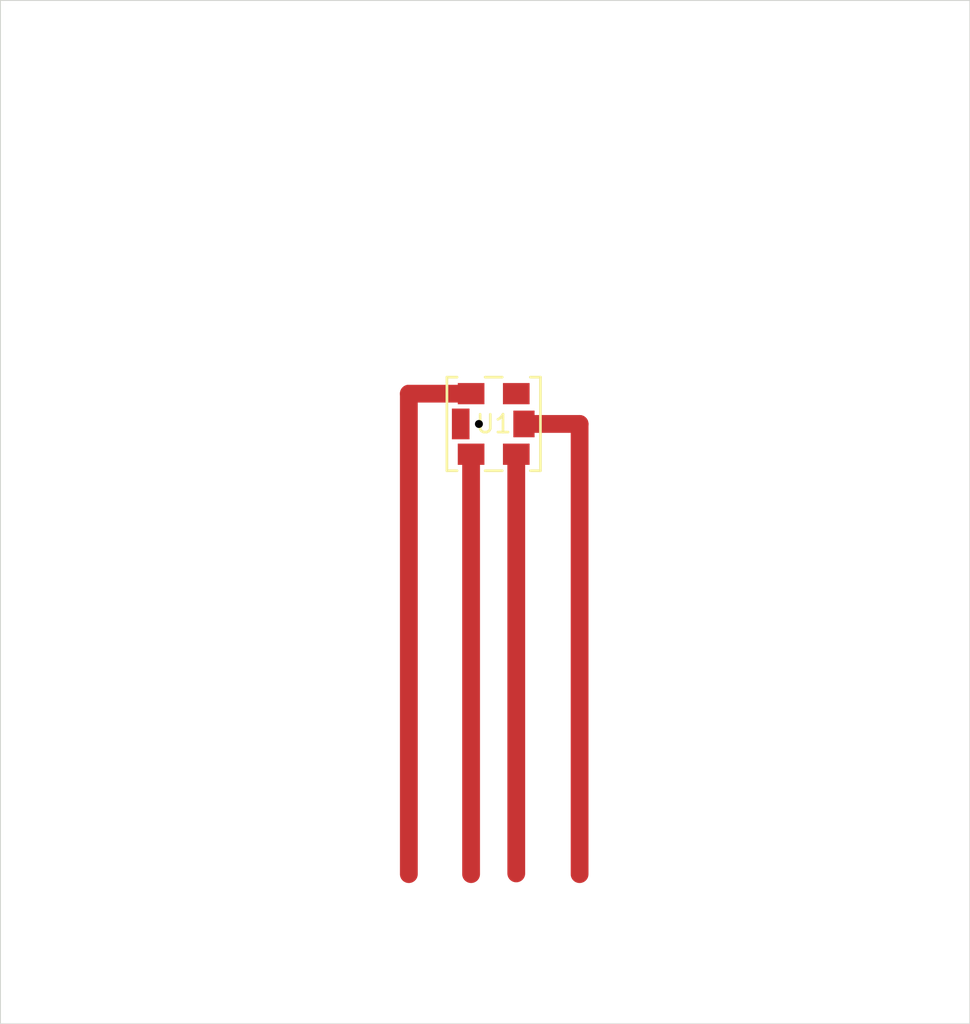
<source format=kicad_pcb>
(kicad_pcb (version 20240108) (generator "pcbnew") (generator_version "8.0")
  (layers (0 "F.Cu" signal) (31 "B.Cu" signal) (34 "B.Paste" user) (35 "F.Paste" user) (36 "B.SilkS" user "B.Silkscreen") (37 "F.SilkS" user "F.Silkscreen") (38 "B.Mask" user) (39 "F.Mask" user) (44 "Edge.Cuts" user))
  (net 0 "")
  (net 1 "unconnected-(U1-VP-Pad1)")
  (net 2 "unconnected-(U1-SCLK-Pad4)")
  (net 5 "unconnected-(U1-MISO-Pad5)")
  (net 6 "GND")
  (footprint "clipboard:78c6366a-82d7-4b8d-9d17-05023ab5f85c" (layer "F.Cu") (at 143.9 86.8)
    (property "Reference" "" (at 0 0 0) (layer "F.SilkS") (effects (font (size 1.27 1.27))))
    (property "Value" "")
    (pad "" np_thru_hole circle (at 0 0) (size 0.45 0.45) (drill 0.45) (layers "*.Mask"))
  )
  (footprint "FMAMSDXX025WCSC3:FMAMSDXX025WCSC3_HNW" (layer "F.Cu") (at 144.73 86.7982)
    (property "Reference" "U1" (at 0 0 0) (layer "F.SilkS"))
    (property "Value" "FMAMSDXX025WCSC3")
    (fp_line (start -2.6289 -2.6289) (end -2.6289 2.6289) (stroke (width 0.1524)) (layer "F.SilkS"))
    (fp_line (start -2.6289 2.6289) (end -2.060335 2.6289) (stroke (width 0.1524)) (layer "F.SilkS"))
    (fp_line (start -2.060335 -2.6289) (end -2.6289 -2.6289) (stroke (width 0.1524)) (layer "F.SilkS"))
    (fp_line (start -0.479665 2.6289) (end 0.479665 2.6289) (stroke (width 0.1524)) (layer "F.SilkS"))
    (fp_line (start 0.479665 -2.6289) (end -0.479665 -2.6289) (stroke (width 0.1524)) (layer "F.SilkS"))
    (fp_line (start 2.060335 2.6289) (end 2.6289 2.6289) (stroke (width 0.1524)) (layer "F.SilkS"))
    (fp_line (start 2.6289 -2.6289) (end 2.060335 -2.6289) (stroke (width 0.1524)) (layer "F.SilkS"))
    (fp_line (start 2.6289 2.6289) (end 2.6289 -2.6289) (stroke (width 0.1524)) (layer "F.SilkS"))
    (pad "1" smd rect (at -1.27 -1.7018) (size 1.4986 1.1938) (layers "F.Cu" "F.Paste" "F.Mask") (net 1 "unconnected-(U1-VP-Pad1)"))
    (pad "2" smd rect (at 1.27 -1.7018) (size 1.4986 1.1938) (layers "F.Cu" "F.Paste" "F.Mask"))
    (pad "3" smd rect (at 1.27 1.7018) (size 1.4986 1.1938) (layers "F.Cu" "F.Paste" "F.Mask") (net 6 "GND"))
    (pad "4" smd rect (at -1.27 1.7018) (size 1.4986 1.1938) (layers "F.Cu" "F.Paste" "F.Mask") (net 2 "unconnected-(U1-SCLK-Pad4)"))
    (pad "5" smd rect (at 1.7018 0) (size 1.1938 1.4986) (layers "F.Cu" "F.Mask") (net 5 "unconnected-(U1-MISO-Pad5)"))
    (pad "6" smd rect (at -1.8542 0) (size 0.9906 1.7272) (layers "F.Cu" "F.Paste" "F.Mask"))
  )
  (gr_rect (start 117 63) (end 171.5 120.5) (stroke (width 0.05)) (fill none) (layer "Edge.Cuts"))
  (segment (start 139.96 85.0964) (end 143.46 85.0964) (width 1) (layer "F.Cu") (net 1))
  (segment (start 139.96 85.0964) (end 139.96 112.0964) (width 1) (layer "F.Cu") (net 1))
  (segment (start 143.46 88.5) (end 143.46 112.0964) (width 1) (layer "F.Cu") (net 2))
  (segment (start 149.56 86.7982) (end 149.56 112.0964) (width 1) (layer "F.Cu") (net 5))
  (segment (start 146.4318 86.7982) (end 149.56 86.7982) (width 1) (layer "F.Cu") (net 5))
  (segment (start 146 88.5) (end 146 112.0564) (width 1) (layer "F.Cu") (net 6))
  (segment (start 146 112.0564) (end 145.96 112.0964) (width 0.2) (layer "F.Cu") (net 6))
)
</source>
